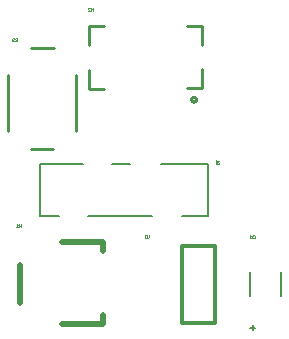
<source format=gbo>
%FSTAX23Y23*%
%MOIN*%
%SFA1B1*%

%IPPOS*%
%ADD10C,0.010000*%
%ADD13C,0.007870*%
%ADD15C,0.002000*%
%ADD91C,0.011810*%
%ADD92C,0.005910*%
%ADD93C,0.019680*%
%LNheadset-pcb-1*%
%LPD*%
G54D10*
X00641Y01251D02*
D01*
X00641Y01251*
X00641Y01252*
X00641Y01252*
X0064Y01253*
X0064Y01253*
X0064Y01254*
X0064Y01254*
X00639Y01255*
X00639Y01255*
X00639Y01256*
X00638Y01256*
X00638Y01257*
X00638Y01257*
X00637Y01257*
X00637Y01258*
X00636Y01258*
X00636Y01258*
X00635Y01258*
X00634Y01259*
X00634Y01259*
X00633Y01259*
X00633Y01259*
X00632*
X00632Y01259*
X00631Y01259*
X00631Y01259*
X0063Y01258*
X00629Y01258*
X00629Y01258*
X00628Y01258*
X00628Y01257*
X00627Y01257*
X00627Y01257*
X00627Y01256*
X00626Y01256*
X00626Y01255*
X00626Y01255*
X00625Y01254*
X00625Y01254*
X00625Y01253*
X00625Y01253*
X00624Y01252*
X00624Y01252*
X00624Y01251*
X00624Y01251*
X00624Y0125*
X00624Y01249*
X00624Y01249*
X00625Y01248*
X00625Y01248*
X00625Y01247*
X00625Y01247*
X00626Y01246*
X00626Y01246*
X00626Y01245*
X00627Y01245*
X00627Y01244*
X00627Y01244*
X00628Y01244*
X00628Y01243*
X00629Y01243*
X00629Y01243*
X0063Y01243*
X00631Y01242*
X00631Y01242*
X00632Y01242*
X00632Y01242*
X00633*
X00633Y01242*
X00634Y01242*
X00634Y01242*
X00635Y01243*
X00636Y01243*
X00636Y01243*
X00637Y01243*
X00637Y01244*
X00638Y01244*
X00638Y01244*
X00638Y01245*
X00639Y01245*
X00639Y01246*
X00639Y01246*
X0064Y01247*
X0064Y01247*
X0064Y01248*
X0064Y01248*
X00641Y01249*
X00641Y01249*
X00641Y0125*
X00641Y01251*
X0009Y01084D02*
X00165D01*
X00015Y01143D02*
Y0133D01*
X0009Y01422D02*
X00166D01*
X00241Y01143D02*
Y0133D01*
X00609Y01287D02*
X00659D01*
Y01351*
Y01431D02*
Y01495D01*
X00609D02*
X00659D01*
X00283Y01285D02*
Y01349D01*
Y01285D02*
X00333D01*
X00283Y01431D02*
Y01495D01*
X00333*
G54D13*
X00822Y00595D02*
Y00673D01*
X00925Y00595D02*
Y00673D01*
X0012Y0086D02*
X00185D01*
X0012D02*
Y01035D01*
X00265*
X00595Y0086D02*
X0068D01*
Y01035*
X00525D02*
X0068D01*
X0028Y0086D02*
X00495D01*
X0036Y01035D02*
X0042D01*
G54D15*
X00829Y00796D02*
X00831Y00798D01*
X00834*
X00836Y00796*
Y00789*
X00834Y00788*
X00831*
X00829Y00789*
X00819Y00798D02*
X00822Y00796D01*
X00826Y00793*
Y00789*
X00824Y00788*
X00821*
X00819Y00789*
Y00791*
X00821Y00793*
X00826*
X00056Y00833D02*
Y00823D01*
Y00828*
X00049*
Y00833*
Y00823*
X00046D02*
X00042D01*
X00044*
Y00833*
X00046Y00831*
X00297Y01555D02*
Y01545D01*
Y0155*
X0029*
Y01555*
Y01545*
X0028D02*
X00287D01*
X0028Y01551*
Y01553*
X00282Y01555*
X00285*
X00287Y01553*
X00714Y0104D02*
X00716Y01039D01*
Y01035*
X00714Y01034*
X00712*
X00711Y01035*
Y01039*
X00709Y0104*
X00707*
X00706Y01039*
Y01035*
X00707Y01034*
X00706Y01044D02*
Y01047D01*
Y01045*
X00716*
X00714Y01044*
X00038Y01451D02*
X0004Y01453D01*
X00043*
X00045Y01451*
Y01449*
X00043Y01448*
X0004*
X00038Y01446*
Y01444*
X0004Y01443*
X00043*
X00045Y01444*
X00028Y01443D02*
X00035D01*
X00028Y01449*
Y01451*
X0003Y01453*
X00033*
X00035Y01451*
X00483Y00799D02*
Y0079D01*
X00481Y00789*
X00478*
X00476Y0079*
Y00799*
X00473Y00789D02*
X00469D01*
X00471*
Y00799*
X00473Y00797*
G54D91*
X00593Y00505D02*
X00705D01*
X00593D02*
Y00761D01*
X00705*
Y00505D02*
Y00761D01*
G54D92*
X00822Y00489D02*
X00838D01*
X0083Y00481D02*
Y00497D01*
G54D93*
X0033Y00745D02*
Y00775D01*
X00195D02*
X0033D01*
Y005D02*
Y0053D01*
X00195Y005D02*
X0033D01*
X00055Y0057D02*
Y00699D01*
M02*
</source>
